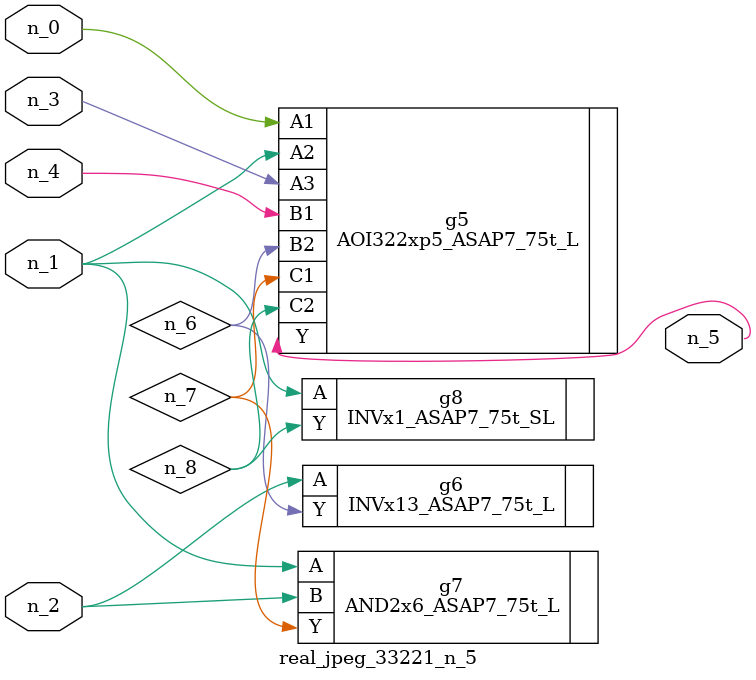
<source format=v>
module real_jpeg_33221_n_5 (n_4, n_0, n_1, n_2, n_3, n_5);

input n_4;
input n_0;
input n_1;
input n_2;
input n_3;

output n_5;

wire n_8;
wire n_6;
wire n_7;

AOI322xp5_ASAP7_75t_L g5 ( 
.A1(n_0),
.A2(n_1),
.A3(n_3),
.B1(n_4),
.B2(n_6),
.C1(n_7),
.C2(n_8),
.Y(n_5)
);

AND2x6_ASAP7_75t_L g7 ( 
.A(n_1),
.B(n_2),
.Y(n_7)
);

INVx1_ASAP7_75t_SL g8 ( 
.A(n_1),
.Y(n_8)
);

INVx13_ASAP7_75t_L g6 ( 
.A(n_2),
.Y(n_6)
);


endmodule
</source>
